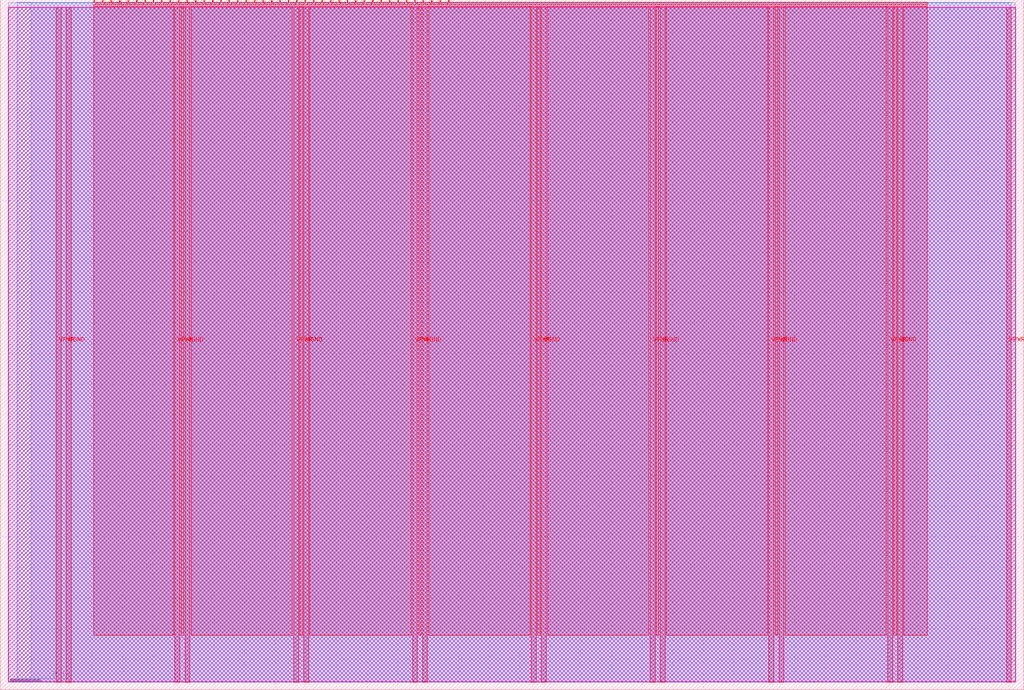
<source format=lef>
VERSION 5.7 ;
  NOWIREEXTENSIONATPIN ON ;
  DIVIDERCHAR "/" ;
  BUSBITCHARS "[]" ;
MACRO tt_um_top_layer
  CLASS BLOCK ;
  FOREIGN tt_um_top_layer ;
  ORIGIN 0.000 0.000 ;
  SIZE 334.880 BY 225.760 ;
  PIN VGND
    DIRECTION INOUT ;
    USE GROUND ;
    PORT
      LAYER met4 ;
        RECT 21.580 2.480 23.180 223.280 ;
    END
    PORT
      LAYER met4 ;
        RECT 60.450 2.480 62.050 223.280 ;
    END
    PORT
      LAYER met4 ;
        RECT 99.320 2.480 100.920 223.280 ;
    END
    PORT
      LAYER met4 ;
        RECT 138.190 2.480 139.790 223.280 ;
    END
    PORT
      LAYER met4 ;
        RECT 177.060 2.480 178.660 223.280 ;
    END
    PORT
      LAYER met4 ;
        RECT 215.930 2.480 217.530 223.280 ;
    END
    PORT
      LAYER met4 ;
        RECT 254.800 2.480 256.400 223.280 ;
    END
    PORT
      LAYER met4 ;
        RECT 293.670 2.480 295.270 223.280 ;
    END
  END VGND
  PIN VPWR
    DIRECTION INOUT ;
    USE POWER ;
    PORT
      LAYER met4 ;
        RECT 18.280 2.480 19.880 223.280 ;
    END
    PORT
      LAYER met4 ;
        RECT 57.150 2.480 58.750 223.280 ;
    END
    PORT
      LAYER met4 ;
        RECT 96.020 2.480 97.620 223.280 ;
    END
    PORT
      LAYER met4 ;
        RECT 134.890 2.480 136.490 223.280 ;
    END
    PORT
      LAYER met4 ;
        RECT 173.760 2.480 175.360 223.280 ;
    END
    PORT
      LAYER met4 ;
        RECT 212.630 2.480 214.230 223.280 ;
    END
    PORT
      LAYER met4 ;
        RECT 251.500 2.480 253.100 223.280 ;
    END
    PORT
      LAYER met4 ;
        RECT 290.370 2.480 291.970 223.280 ;
    END
    PORT
      LAYER met4 ;
        RECT 329.240 2.480 330.840 223.280 ;
    END
  END VPWR
  PIN clk
    DIRECTION INPUT ;
    USE SIGNAL ;
    ANTENNAGATEAREA 0.852000 ;
    PORT
      LAYER met4 ;
        RECT 143.830 224.760 144.130 225.760 ;
    END
  END clk
  PIN ena
    DIRECTION INPUT ;
    USE SIGNAL ;
    PORT
      LAYER met4 ;
        RECT 146.590 224.760 146.890 225.760 ;
    END
  END ena
  PIN rst_n
    DIRECTION INPUT ;
    USE SIGNAL ;
    ANTENNAGATEAREA 0.196500 ;
    PORT
      LAYER met4 ;
        RECT 141.070 224.760 141.370 225.760 ;
    END
  END rst_n
  PIN ui_in[0]
    DIRECTION INPUT ;
    USE SIGNAL ;
    ANTENNAGATEAREA 0.213000 ;
    PORT
      LAYER met4 ;
        RECT 138.310 224.760 138.610 225.760 ;
    END
  END ui_in[0]
  PIN ui_in[1]
    DIRECTION INPUT ;
    USE SIGNAL ;
    ANTENNAGATEAREA 0.196500 ;
    PORT
      LAYER met4 ;
        RECT 135.550 224.760 135.850 225.760 ;
    END
  END ui_in[1]
  PIN ui_in[2]
    DIRECTION INPUT ;
    USE SIGNAL ;
    ANTENNAGATEAREA 0.213000 ;
    PORT
      LAYER met4 ;
        RECT 132.790 224.760 133.090 225.760 ;
    END
  END ui_in[2]
  PIN ui_in[3]
    DIRECTION INPUT ;
    USE SIGNAL ;
    PORT
      LAYER met4 ;
        RECT 130.030 224.760 130.330 225.760 ;
    END
  END ui_in[3]
  PIN ui_in[4]
    DIRECTION INPUT ;
    USE SIGNAL ;
    PORT
      LAYER met4 ;
        RECT 127.270 224.760 127.570 225.760 ;
    END
  END ui_in[4]
  PIN ui_in[5]
    DIRECTION INPUT ;
    USE SIGNAL ;
    PORT
      LAYER met4 ;
        RECT 124.510 224.760 124.810 225.760 ;
    END
  END ui_in[5]
  PIN ui_in[6]
    DIRECTION INPUT ;
    USE SIGNAL ;
    PORT
      LAYER met4 ;
        RECT 121.750 224.760 122.050 225.760 ;
    END
  END ui_in[6]
  PIN ui_in[7]
    DIRECTION INPUT ;
    USE SIGNAL ;
    PORT
      LAYER met4 ;
        RECT 118.990 224.760 119.290 225.760 ;
    END
  END ui_in[7]
  PIN uio_in[0]
    DIRECTION INPUT ;
    USE SIGNAL ;
    ANTENNAGATEAREA 0.196500 ;
    PORT
      LAYER met4 ;
        RECT 116.230 224.760 116.530 225.760 ;
    END
  END uio_in[0]
  PIN uio_in[1]
    DIRECTION INPUT ;
    USE SIGNAL ;
    ANTENNAGATEAREA 0.196500 ;
    PORT
      LAYER met4 ;
        RECT 113.470 224.760 113.770 225.760 ;
    END
  END uio_in[1]
  PIN uio_in[2]
    DIRECTION INPUT ;
    USE SIGNAL ;
    ANTENNAGATEAREA 0.196500 ;
    PORT
      LAYER met4 ;
        RECT 110.710 224.760 111.010 225.760 ;
    END
  END uio_in[2]
  PIN uio_in[3]
    DIRECTION INPUT ;
    USE SIGNAL ;
    ANTENNAGATEAREA 0.196500 ;
    PORT
      LAYER met4 ;
        RECT 107.950 224.760 108.250 225.760 ;
    END
  END uio_in[3]
  PIN uio_in[4]
    DIRECTION INPUT ;
    USE SIGNAL ;
    ANTENNAGATEAREA 0.196500 ;
    PORT
      LAYER met4 ;
        RECT 105.190 224.760 105.490 225.760 ;
    END
  END uio_in[4]
  PIN uio_in[5]
    DIRECTION INPUT ;
    USE SIGNAL ;
    ANTENNAGATEAREA 0.196500 ;
    PORT
      LAYER met4 ;
        RECT 102.430 224.760 102.730 225.760 ;
    END
  END uio_in[5]
  PIN uio_in[6]
    DIRECTION INPUT ;
    USE SIGNAL ;
    ANTENNAGATEAREA 0.196500 ;
    PORT
      LAYER met4 ;
        RECT 99.670 224.760 99.970 225.760 ;
    END
  END uio_in[6]
  PIN uio_in[7]
    DIRECTION INPUT ;
    USE SIGNAL ;
    ANTENNAGATEAREA 0.196500 ;
    PORT
      LAYER met4 ;
        RECT 96.910 224.760 97.210 225.760 ;
    END
  END uio_in[7]
  PIN uio_oe[0]
    DIRECTION OUTPUT ;
    USE SIGNAL ;
    PORT
      LAYER met4 ;
        RECT 49.990 224.760 50.290 225.760 ;
    END
  END uio_oe[0]
  PIN uio_oe[1]
    DIRECTION OUTPUT ;
    USE SIGNAL ;
    PORT
      LAYER met4 ;
        RECT 47.230 224.760 47.530 225.760 ;
    END
  END uio_oe[1]
  PIN uio_oe[2]
    DIRECTION OUTPUT ;
    USE SIGNAL ;
    PORT
      LAYER met4 ;
        RECT 44.470 224.760 44.770 225.760 ;
    END
  END uio_oe[2]
  PIN uio_oe[3]
    DIRECTION OUTPUT ;
    USE SIGNAL ;
    PORT
      LAYER met4 ;
        RECT 41.710 224.760 42.010 225.760 ;
    END
  END uio_oe[3]
  PIN uio_oe[4]
    DIRECTION OUTPUT ;
    USE SIGNAL ;
    PORT
      LAYER met4 ;
        RECT 38.950 224.760 39.250 225.760 ;
    END
  END uio_oe[4]
  PIN uio_oe[5]
    DIRECTION OUTPUT ;
    USE SIGNAL ;
    PORT
      LAYER met4 ;
        RECT 36.190 224.760 36.490 225.760 ;
    END
  END uio_oe[5]
  PIN uio_oe[6]
    DIRECTION OUTPUT ;
    USE SIGNAL ;
    PORT
      LAYER met4 ;
        RECT 33.430 224.760 33.730 225.760 ;
    END
  END uio_oe[6]
  PIN uio_oe[7]
    DIRECTION OUTPUT ;
    USE SIGNAL ;
    PORT
      LAYER met4 ;
        RECT 30.670 224.760 30.970 225.760 ;
    END
  END uio_oe[7]
  PIN uio_out[0]
    DIRECTION OUTPUT ;
    USE SIGNAL ;
    PORT
      LAYER met4 ;
        RECT 72.070 224.760 72.370 225.760 ;
    END
  END uio_out[0]
  PIN uio_out[1]
    DIRECTION OUTPUT ;
    USE SIGNAL ;
    PORT
      LAYER met4 ;
        RECT 69.310 224.760 69.610 225.760 ;
    END
  END uio_out[1]
  PIN uio_out[2]
    DIRECTION OUTPUT ;
    USE SIGNAL ;
    PORT
      LAYER met4 ;
        RECT 66.550 224.760 66.850 225.760 ;
    END
  END uio_out[2]
  PIN uio_out[3]
    DIRECTION OUTPUT ;
    USE SIGNAL ;
    PORT
      LAYER met4 ;
        RECT 63.790 224.760 64.090 225.760 ;
    END
  END uio_out[3]
  PIN uio_out[4]
    DIRECTION OUTPUT ;
    USE SIGNAL ;
    PORT
      LAYER met4 ;
        RECT 61.030 224.760 61.330 225.760 ;
    END
  END uio_out[4]
  PIN uio_out[5]
    DIRECTION OUTPUT ;
    USE SIGNAL ;
    PORT
      LAYER met4 ;
        RECT 58.270 224.760 58.570 225.760 ;
    END
  END uio_out[5]
  PIN uio_out[6]
    DIRECTION OUTPUT ;
    USE SIGNAL ;
    PORT
      LAYER met4 ;
        RECT 55.510 224.760 55.810 225.760 ;
    END
  END uio_out[6]
  PIN uio_out[7]
    DIRECTION OUTPUT ;
    USE SIGNAL ;
    PORT
      LAYER met4 ;
        RECT 52.750 224.760 53.050 225.760 ;
    END
  END uio_out[7]
  PIN uo_out[0]
    DIRECTION OUTPUT ;
    USE SIGNAL ;
    ANTENNADIFFAREA 0.891000 ;
    PORT
      LAYER met4 ;
        RECT 94.150 224.760 94.450 225.760 ;
    END
  END uo_out[0]
  PIN uo_out[1]
    DIRECTION OUTPUT ;
    USE SIGNAL ;
    ANTENNADIFFAREA 0.445500 ;
    PORT
      LAYER met4 ;
        RECT 91.390 224.760 91.690 225.760 ;
    END
  END uo_out[1]
  PIN uo_out[2]
    DIRECTION OUTPUT ;
    USE SIGNAL ;
    ANTENNADIFFAREA 0.445500 ;
    PORT
      LAYER met4 ;
        RECT 88.630 224.760 88.930 225.760 ;
    END
  END uo_out[2]
  PIN uo_out[3]
    DIRECTION OUTPUT ;
    USE SIGNAL ;
    PORT
      LAYER met4 ;
        RECT 85.870 224.760 86.170 225.760 ;
    END
  END uo_out[3]
  PIN uo_out[4]
    DIRECTION OUTPUT ;
    USE SIGNAL ;
    PORT
      LAYER met4 ;
        RECT 83.110 224.760 83.410 225.760 ;
    END
  END uo_out[4]
  PIN uo_out[5]
    DIRECTION OUTPUT ;
    USE SIGNAL ;
    PORT
      LAYER met4 ;
        RECT 80.350 224.760 80.650 225.760 ;
    END
  END uo_out[5]
  PIN uo_out[6]
    DIRECTION OUTPUT ;
    USE SIGNAL ;
    PORT
      LAYER met4 ;
        RECT 77.590 224.760 77.890 225.760 ;
    END
  END uo_out[6]
  PIN uo_out[7]
    DIRECTION OUTPUT ;
    USE SIGNAL ;
    PORT
      LAYER met4 ;
        RECT 74.830 224.760 75.130 225.760 ;
    END
  END uo_out[7]
  OBS
      LAYER nwell ;
        RECT 2.570 2.635 332.310 223.230 ;
      LAYER li1 ;
        RECT 2.760 2.635 332.120 223.125 ;
      LAYER met1 ;
        RECT 2.760 2.480 332.120 224.700 ;
      LAYER met2 ;
        RECT 5.620 2.535 330.810 224.925 ;
      LAYER met3 ;
        RECT 10.185 2.555 330.830 224.905 ;
      LAYER met4 ;
        RECT 31.370 224.360 33.030 224.905 ;
        RECT 34.130 224.360 35.790 224.905 ;
        RECT 36.890 224.360 38.550 224.905 ;
        RECT 39.650 224.360 41.310 224.905 ;
        RECT 42.410 224.360 44.070 224.905 ;
        RECT 45.170 224.360 46.830 224.905 ;
        RECT 47.930 224.360 49.590 224.905 ;
        RECT 50.690 224.360 52.350 224.905 ;
        RECT 53.450 224.360 55.110 224.905 ;
        RECT 56.210 224.360 57.870 224.905 ;
        RECT 58.970 224.360 60.630 224.905 ;
        RECT 61.730 224.360 63.390 224.905 ;
        RECT 64.490 224.360 66.150 224.905 ;
        RECT 67.250 224.360 68.910 224.905 ;
        RECT 70.010 224.360 71.670 224.905 ;
        RECT 72.770 224.360 74.430 224.905 ;
        RECT 75.530 224.360 77.190 224.905 ;
        RECT 78.290 224.360 79.950 224.905 ;
        RECT 81.050 224.360 82.710 224.905 ;
        RECT 83.810 224.360 85.470 224.905 ;
        RECT 86.570 224.360 88.230 224.905 ;
        RECT 89.330 224.360 90.990 224.905 ;
        RECT 92.090 224.360 93.750 224.905 ;
        RECT 94.850 224.360 96.510 224.905 ;
        RECT 97.610 224.360 99.270 224.905 ;
        RECT 100.370 224.360 102.030 224.905 ;
        RECT 103.130 224.360 104.790 224.905 ;
        RECT 105.890 224.360 107.550 224.905 ;
        RECT 108.650 224.360 110.310 224.905 ;
        RECT 111.410 224.360 113.070 224.905 ;
        RECT 114.170 224.360 115.830 224.905 ;
        RECT 116.930 224.360 118.590 224.905 ;
        RECT 119.690 224.360 121.350 224.905 ;
        RECT 122.450 224.360 124.110 224.905 ;
        RECT 125.210 224.360 126.870 224.905 ;
        RECT 127.970 224.360 129.630 224.905 ;
        RECT 130.730 224.360 132.390 224.905 ;
        RECT 133.490 224.360 135.150 224.905 ;
        RECT 136.250 224.360 137.910 224.905 ;
        RECT 139.010 224.360 140.670 224.905 ;
        RECT 141.770 224.360 143.430 224.905 ;
        RECT 144.530 224.360 146.190 224.905 ;
        RECT 147.290 224.360 303.305 224.905 ;
        RECT 30.655 223.680 303.305 224.360 ;
        RECT 30.655 17.855 56.750 223.680 ;
        RECT 59.150 17.855 60.050 223.680 ;
        RECT 62.450 17.855 95.620 223.680 ;
        RECT 98.020 17.855 98.920 223.680 ;
        RECT 101.320 17.855 134.490 223.680 ;
        RECT 136.890 17.855 137.790 223.680 ;
        RECT 140.190 17.855 173.360 223.680 ;
        RECT 175.760 17.855 176.660 223.680 ;
        RECT 179.060 17.855 212.230 223.680 ;
        RECT 214.630 17.855 215.530 223.680 ;
        RECT 217.930 17.855 251.100 223.680 ;
        RECT 253.500 17.855 254.400 223.680 ;
        RECT 256.800 17.855 289.970 223.680 ;
        RECT 292.370 17.855 293.270 223.680 ;
        RECT 295.670 17.855 303.305 223.680 ;
  END
END tt_um_top_layer
END LIBRARY


</source>
